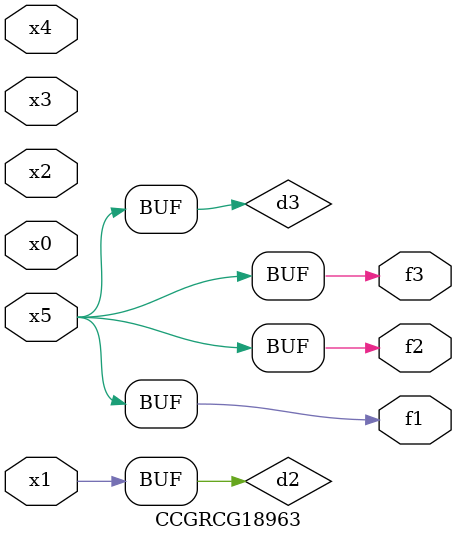
<source format=v>
module CCGRCG18963(
	input x0, x1, x2, x3, x4, x5,
	output f1, f2, f3
);

	wire d1, d2, d3;

	not (d1, x5);
	or (d2, x1);
	xnor (d3, d1);
	assign f1 = d3;
	assign f2 = d3;
	assign f3 = d3;
endmodule

</source>
